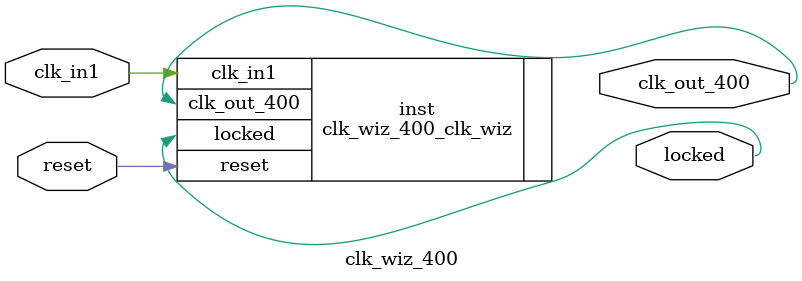
<source format=v>


`timescale 1ps/1ps

(* CORE_GENERATION_INFO = "clk_wiz_400,clk_wiz_v5_3_3_0,{component_name=clk_wiz_400,use_phase_alignment=true,use_min_o_jitter=false,use_max_i_jitter=false,use_dyn_phase_shift=false,use_inclk_switchover=false,use_dyn_reconfig=false,enable_axi=0,feedback_source=FDBK_AUTO,PRIMITIVE=PLL,num_out_clk=1,clkin1_period=10.0,clkin2_period=10.0,use_power_down=false,use_reset=true,use_locked=true,use_inclk_stopped=false,feedback_type=SINGLE,CLOCK_MGR_TYPE=NA,manual_override=false}" *)

module clk_wiz_400 
 (
  // Clock out ports
  output        clk_out_400,
  // Status and control signals
  input         reset,
  output        locked,
 // Clock in ports
  input         clk_in1
 );

  clk_wiz_400_clk_wiz inst
  (
  // Clock out ports  
  .clk_out_400(clk_out_400),
  // Status and control signals               
  .reset(reset), 
  .locked(locked),
 // Clock in ports
  .clk_in1(clk_in1)
  );

endmodule

</source>
